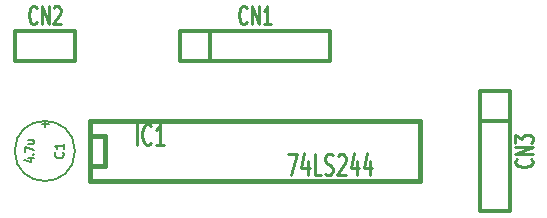
<source format=gbr>
G04 #@! TF.FileFunction,Legend,Top*
%FSLAX46Y46*%
G04 Gerber Fmt 4.6, Leading zero omitted, Abs format (unit mm)*
G04 Created by KiCad (PCBNEW 4.0.5+dfsg1-4+deb9u1) date Sun Sep  4 20:07:11 2022*
%MOMM*%
%LPD*%
G01*
G04 APERTURE LIST*
%ADD10C,0.100000*%
%ADD11C,0.127000*%
%ADD12C,0.381000*%
%ADD13C,0.304800*%
%ADD14C,0.190500*%
%ADD15C,0.285750*%
%ADD16C,0.287020*%
%ADD17C,0.254000*%
G04 APERTURE END LIST*
D10*
D11*
X134623173Y-100965000D02*
G75*
G03X134623173Y-100965000I-2543173J0D01*
G01*
D12*
X135890000Y-99695000D02*
X137160000Y-99695000D01*
X137160000Y-99695000D02*
X137160000Y-102235000D01*
X137160000Y-102235000D02*
X135890000Y-102235000D01*
X135890000Y-98425000D02*
X163830000Y-98425000D01*
X163830000Y-98425000D02*
X163830000Y-103505000D01*
X163830000Y-103505000D02*
X135890000Y-103505000D01*
X135890000Y-103505000D02*
X135890000Y-98425000D01*
D13*
X143510000Y-93345000D02*
X143510000Y-90805000D01*
X143510000Y-90805000D02*
X156210000Y-90805000D01*
X156210000Y-90805000D02*
X156210000Y-93345000D01*
X156210000Y-93345000D02*
X143510000Y-93345000D01*
X146050000Y-93345000D02*
X146050000Y-90805000D01*
X171450000Y-95885000D02*
X171450000Y-95885000D01*
X168910000Y-95885000D02*
X171450000Y-95885000D01*
X171450000Y-95885000D02*
X171450000Y-95885000D01*
X171450000Y-95885000D02*
X171450000Y-106045000D01*
X171450000Y-106045000D02*
X168910000Y-106045000D01*
X168910000Y-106045000D02*
X168910000Y-95885000D01*
X168910000Y-98425000D02*
X171450000Y-98425000D01*
X134620000Y-90805000D02*
X134620000Y-93345000D01*
X134620000Y-93345000D02*
X129540000Y-93345000D01*
X129540000Y-93345000D02*
X129540000Y-90805000D01*
X129540000Y-90805000D02*
X134620000Y-90805000D01*
D11*
X133619603Y-101092000D02*
X133655889Y-101128286D01*
X133692174Y-101237143D01*
X133692174Y-101309714D01*
X133655889Y-101418571D01*
X133583317Y-101491143D01*
X133510746Y-101527428D01*
X133365603Y-101563714D01*
X133256746Y-101563714D01*
X133111603Y-101527428D01*
X133039031Y-101491143D01*
X132966460Y-101418571D01*
X132930174Y-101309714D01*
X132930174Y-101237143D01*
X132966460Y-101128286D01*
X133002746Y-101092000D01*
X133692174Y-100366286D02*
X133692174Y-100801714D01*
X133692174Y-100584000D02*
X132930174Y-100584000D01*
X133039031Y-100656571D01*
X133111603Y-100729143D01*
X133147889Y-100801714D01*
X130646714Y-101584881D02*
X131154714Y-101584881D01*
X130356429Y-101736071D02*
X130900714Y-101887262D01*
X130900714Y-101494166D01*
X131082143Y-101252262D02*
X131118429Y-101222023D01*
X131154714Y-101252262D01*
X131118429Y-101282500D01*
X131082143Y-101252262D01*
X131154714Y-101252262D01*
X130392714Y-101010357D02*
X130392714Y-100587023D01*
X131154714Y-100859166D01*
X130646714Y-100072976D02*
X131154714Y-100072976D01*
X130646714Y-100345119D02*
X131045857Y-100345119D01*
X131118429Y-100314880D01*
X131154714Y-100254404D01*
X131154714Y-100163690D01*
X131118429Y-100103214D01*
X131082143Y-100072976D01*
D14*
X132134429Y-98969285D02*
X132134429Y-98388714D01*
X132424714Y-98679000D02*
X131844143Y-98679000D01*
D15*
X139854215Y-100499333D02*
X139854215Y-98721333D01*
X141051644Y-100330000D02*
X140997215Y-100414667D01*
X140833929Y-100499333D01*
X140725072Y-100499333D01*
X140561787Y-100414667D01*
X140452929Y-100245333D01*
X140398501Y-100076000D01*
X140344072Y-99737333D01*
X140344072Y-99483333D01*
X140398501Y-99144667D01*
X140452929Y-98975333D01*
X140561787Y-98806000D01*
X140725072Y-98721333D01*
X140833929Y-98721333D01*
X140997215Y-98806000D01*
X141051644Y-98890667D01*
X142140215Y-100499333D02*
X141487072Y-100499333D01*
X141813644Y-100499333D02*
X141813644Y-98721333D01*
X141704787Y-98975333D01*
X141595929Y-99144667D01*
X141487072Y-99229333D01*
D16*
D15*
X152644930Y-101261333D02*
X153406930Y-101261333D01*
X152917073Y-103039333D01*
X154332215Y-101854000D02*
X154332215Y-103039333D01*
X154060072Y-101176667D02*
X153787929Y-102446667D01*
X154495501Y-102446667D01*
X155475215Y-103039333D02*
X154930929Y-103039333D01*
X154930929Y-101261333D01*
X155801786Y-102954667D02*
X155965072Y-103039333D01*
X156237215Y-103039333D01*
X156346072Y-102954667D01*
X156400501Y-102870000D01*
X156454929Y-102700667D01*
X156454929Y-102531333D01*
X156400501Y-102362000D01*
X156346072Y-102277333D01*
X156237215Y-102192667D01*
X156019501Y-102108000D01*
X155910643Y-102023333D01*
X155856215Y-101938667D01*
X155801786Y-101769333D01*
X155801786Y-101600000D01*
X155856215Y-101430667D01*
X155910643Y-101346000D01*
X156019501Y-101261333D01*
X156291643Y-101261333D01*
X156454929Y-101346000D01*
X156890357Y-101430667D02*
X156944786Y-101346000D01*
X157053643Y-101261333D01*
X157325786Y-101261333D01*
X157434643Y-101346000D01*
X157489072Y-101430667D01*
X157543500Y-101600000D01*
X157543500Y-101769333D01*
X157489072Y-102023333D01*
X156835929Y-103039333D01*
X157543500Y-103039333D01*
X158523214Y-101854000D02*
X158523214Y-103039333D01*
X158251071Y-101176667D02*
X157978928Y-102446667D01*
X158686500Y-102446667D01*
X159611785Y-101854000D02*
X159611785Y-103039333D01*
X159339642Y-101176667D02*
X159067499Y-102446667D01*
X159775071Y-102446667D01*
D16*
D17*
X149158476Y-90079286D02*
X149110095Y-90151857D01*
X148964952Y-90224429D01*
X148868190Y-90224429D01*
X148723048Y-90151857D01*
X148626286Y-90006714D01*
X148577905Y-89861571D01*
X148529524Y-89571286D01*
X148529524Y-89353571D01*
X148577905Y-89063286D01*
X148626286Y-88918143D01*
X148723048Y-88773000D01*
X148868190Y-88700429D01*
X148964952Y-88700429D01*
X149110095Y-88773000D01*
X149158476Y-88845571D01*
X149593905Y-90224429D02*
X149593905Y-88700429D01*
X150174476Y-90224429D01*
X150174476Y-88700429D01*
X151190476Y-90224429D02*
X150609905Y-90224429D01*
X150900191Y-90224429D02*
X150900191Y-88700429D01*
X150803429Y-88918143D01*
X150706667Y-89063286D01*
X150609905Y-89135857D01*
X173264286Y-101666524D02*
X173336857Y-101714905D01*
X173409429Y-101860048D01*
X173409429Y-101956810D01*
X173336857Y-102101952D01*
X173191714Y-102198714D01*
X173046571Y-102247095D01*
X172756286Y-102295476D01*
X172538571Y-102295476D01*
X172248286Y-102247095D01*
X172103143Y-102198714D01*
X171958000Y-102101952D01*
X171885429Y-101956810D01*
X171885429Y-101860048D01*
X171958000Y-101714905D01*
X172030571Y-101666524D01*
X173409429Y-101231095D02*
X171885429Y-101231095D01*
X173409429Y-100650524D01*
X171885429Y-100650524D01*
X171885429Y-100263476D02*
X171885429Y-99634524D01*
X172466000Y-99973190D01*
X172466000Y-99828048D01*
X172538571Y-99731286D01*
X172611143Y-99682905D01*
X172756286Y-99634524D01*
X173119143Y-99634524D01*
X173264286Y-99682905D01*
X173336857Y-99731286D01*
X173409429Y-99828048D01*
X173409429Y-100118333D01*
X173336857Y-100215095D01*
X173264286Y-100263476D01*
X131378476Y-90079286D02*
X131330095Y-90151857D01*
X131184952Y-90224429D01*
X131088190Y-90224429D01*
X130943048Y-90151857D01*
X130846286Y-90006714D01*
X130797905Y-89861571D01*
X130749524Y-89571286D01*
X130749524Y-89353571D01*
X130797905Y-89063286D01*
X130846286Y-88918143D01*
X130943048Y-88773000D01*
X131088190Y-88700429D01*
X131184952Y-88700429D01*
X131330095Y-88773000D01*
X131378476Y-88845571D01*
X131813905Y-90224429D02*
X131813905Y-88700429D01*
X132394476Y-90224429D01*
X132394476Y-88700429D01*
X132829905Y-88845571D02*
X132878286Y-88773000D01*
X132975048Y-88700429D01*
X133216952Y-88700429D01*
X133313714Y-88773000D01*
X133362095Y-88845571D01*
X133410476Y-88990714D01*
X133410476Y-89135857D01*
X133362095Y-89353571D01*
X132781524Y-90224429D01*
X133410476Y-90224429D01*
M02*

</source>
